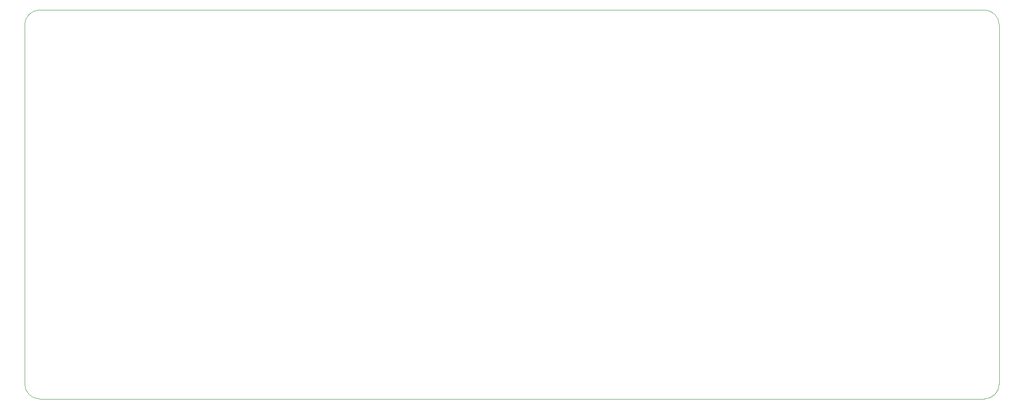
<source format=gm1>
%TF.GenerationSoftware,KiCad,Pcbnew,8.0.5*%
%TF.CreationDate,2024-10-22T20:51:29-04:00*%
%TF.ProjectId,trad,74726164-2e6b-4696-9361-645f70636258,rev?*%
%TF.SameCoordinates,PX1c62fe0PY650e7e0*%
%TF.FileFunction,Profile,NP*%
%FSLAX46Y46*%
G04 Gerber Fmt 4.6, Leading zero omitted, Abs format (unit mm)*
G04 Created by KiCad (PCBNEW 8.0.5) date 2024-10-22 20:51:29*
%MOMM*%
%LPD*%
G01*
G04 APERTURE LIST*
%TA.AperFunction,Profile*%
%ADD10C,0.100000*%
%TD*%
G04 APERTURE END LIST*
D10*
X0Y2976559D02*
X0Y73223375D01*
X190499840Y2976560D02*
G75*
G02*
X187523280Y-4I-2976540J-24D01*
G01*
X187523280Y-1D02*
X2976560Y-1D01*
X187523280Y76199935D02*
G75*
G02*
X190499799Y73223376I20J-2976499D01*
G01*
X0Y73223375D02*
G75*
G02*
X2976561Y76199936I2976560J1D01*
G01*
X2976560Y-1D02*
G75*
G02*
X3Y2976559I0J2976557D01*
G01*
X190499840Y73223376D02*
X190499840Y2976560D01*
X2976561Y76199935D02*
X187523280Y76199935D01*
M02*

</source>
